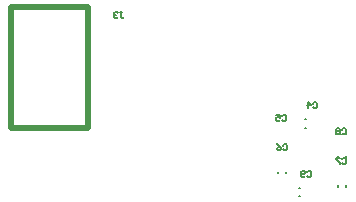
<source format=gbo>
%FSTAX23Y23*%
%MOIN*%
%SFA1B1*%

%IPPOS*%
%ADD44C,0.007870*%
%ADD45C,0.007000*%
%ADD72C,0.019690*%
%LNcombine8-1*%
%LPD*%
G54D44*
X01592Y00549D02*
Y00553D01*
X0162Y00549D02*
Y00553D01*
X01592Y0045D02*
Y00454D01*
X0162Y0045D02*
Y00454D01*
X01394Y00496D02*
Y005D01*
X01421Y00496D02*
Y005D01*
X01419Y00592D02*
Y00596D01*
X01391Y00592D02*
Y00596D01*
X01482Y00647D02*
X01486D01*
X01482Y00675D02*
X01486D01*
X01462Y00446D02*
X01466D01*
X01462Y00419D02*
X01466D01*
G54D45*
X00867Y01032D02*
X00874D01*
X00871*
Y01016*
X00874Y01012*
X00877*
X00881Y01016*
X00861Y01029D02*
X00857Y01032D01*
X00851*
X00847Y01029*
Y01026*
X00851Y01022*
X00854*
X00851*
X00847Y01019*
Y01016*
X00851Y01012*
X00857*
X00861Y01016*
X0151Y00727D02*
X01513Y00731D01*
X0152*
X01523Y00727*
Y00714*
X0152Y00711*
X01513*
X0151Y00714*
X01493Y00711D02*
Y00731D01*
X01503Y00721*
X0149*
X01407Y00684D02*
X0141Y00688D01*
X01417*
X0142Y00684*
Y00671*
X01417Y00668*
X0141*
X01407Y00671*
X01387Y00688D02*
X014D01*
Y00678*
X01394Y00681*
X0139*
X01387Y00678*
Y00671*
X0139Y00668*
X01397*
X014Y00671*
X0141Y00587D02*
X01413Y00591D01*
X0142*
X01423Y00587*
Y00574*
X0142Y00571*
X01413*
X0141Y00574*
X0139Y00591D02*
X01397Y00587D01*
X01403Y00581*
Y00574*
X014Y00571*
X01393*
X0139Y00574*
Y00577*
X01393Y00581*
X01403*
X01608Y00542D02*
X01611Y00546D01*
X01618*
X01621Y00542*
Y00529*
X01618Y00526*
X01611*
X01608Y00529*
X01601Y00546D02*
X01588D01*
Y00542*
X01601Y00529*
Y00526*
X01608Y0064D02*
X01611Y00644D01*
X01618*
X01621Y0064*
Y00627*
X01618Y00624*
X01611*
X01608Y00627*
X01601Y0064D02*
X01598Y00644D01*
X01591*
X01588Y0064*
Y00637*
X01591Y00634*
X01588Y0063*
Y00627*
X01591Y00624*
X01598*
X01601Y00627*
Y0063*
X01598Y00634*
X01601Y00637*
Y0064*
X01598Y00634D02*
X01591D01*
X0149Y00499D02*
X01493Y00503D01*
X015*
X01503Y00499*
Y00486*
X015Y00483*
X01493*
X0149Y00486*
X01483D02*
X0148Y00483D01*
X01473*
X0147Y00486*
Y00499*
X01473Y00503*
X0148*
X01483Y00499*
Y00496*
X0148Y00493*
X0147*
G54D72*
X00505Y01048D02*
X00761D01*
X00505Y00644D02*
Y01048D01*
Y00644D02*
X00761D01*
Y01048*
M02*
</source>
